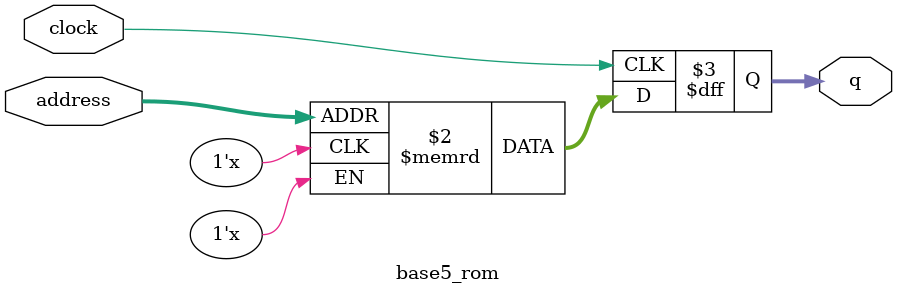
<source format=sv>
module base5_rom (
	input logic clock,
	input logic [9:0] address,
	output logic [7:0] q
);

logic [7:0] memory [0:1023] /* synthesis ram_init_file = "./base5/base5.mif" */;

always_ff @ (posedge clock) begin
	q <= memory[address];
end

endmodule

</source>
